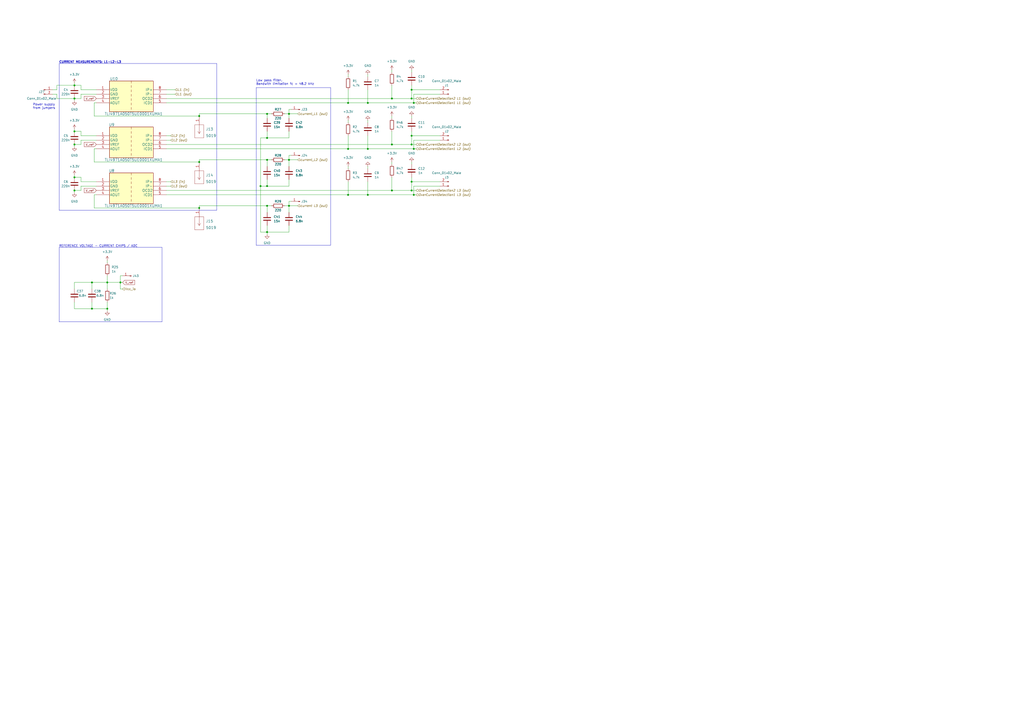
<source format=kicad_sch>
(kicad_sch (version 20230121) (generator eeschema)
  (paper "A2")
  (title_block (title "3-phase DC/AC converter with SV-PWM") (date "2023-03-16") (rev "V. 1.1") (comment 1 "Ingrid Hovland") (comment 2 "Eirik Skorve Haugland") (comment 3 "Marius Englund"))
  (lib_symbols
    (symbol "5VISO:+3.3V" (power) (pin_names (offset 0))
      (property "Value" "+3.3V" (at 0 3.556 0))
      (symbol "+3.3V_0_1"
        (polyline (pts (xy -0.762 1.27) (xy 0 2.54)))
        (polyline (pts (xy 0 0) (xy 0 2.54)))
        (polyline (pts (xy 0 2.54) (xy 0.762 1.27)))
      )
      (symbol "+3.3V_1_1"
        (pin power_in line (at 0 0 90) (length 0) hide (name "+3.3V") (number "1"))
      )
    )
    (symbol "Connector:Conn_01x01_Male" (pin_names (offset 1.016) hide)
      (property "Reference" "J" (at 0 2.54 0))
      (property "Value" "Conn_01x01_Male" (at 0 -2.54 0))
      (symbol "Conn_01x01_Male_1_1"
        (polyline (pts (xy 1.27 0) (xy 0.8636 0)) (stroke (width 0.1524)))
        (rectangle (start 0.8636 0.127) (end 0 -0.127) (stroke (width 0.1524)) (fill (type outline)))
        (pin passive line (at 5.08 0 180) (length 3.81) (name "Pin_1") (number "1"))
      )
    )
    (symbol "Connector:Conn_01x02_Male" (pin_names (offset 1.016) hide)
      (property "Reference" "J" (at 0 2.54 0))
      (property "Value" "Conn_01x02_Male" (at 0 -5.08 0))
      (symbol "Conn_01x02_Male_1_1"
        (polyline (pts (xy 1.27 -2.54) (xy 0.8636 -2.54)) (stroke (width 0.1524)))
        (polyline (pts (xy 1.27 0) (xy 0.8636 0)) (stroke (width 0.1524)))
        (rectangle (start 0.8636 -2.413) (end 0 -2.667) (stroke (width 0.1524)) (fill (type outline)))
        (rectangle (start 0.8636 0.127) (end 0 -0.127) (stroke (width 0.1524)) (fill (type outline)))
        (pin passive line (at 5.08 0 180) (length 3.81) (name "Pin_1") (number "1"))
        (pin passive line (at 5.08 -2.54 180) (length 3.81) (name "Pin_2") (number "2"))
      )
    )
    (symbol "Device:C" (pin_numbers hide) (pin_names (offset 0.254))
      (property "Reference" "C" (at 0.635 2.54 0))
      (property "Value" "C" (at 0.635 -2.54 0))
      (symbol "C_0_1"
        (polyline (pts (xy -2.032 -0.762) (xy 2.032 -0.762)) (stroke (width 0.508)))
        (polyline (pts (xy -2.032 0.762) (xy 2.032 0.762)) (stroke (width 0.508)))
      )
      (symbol "C_1_1"
        (pin passive line (at 0 3.81 270) (length 2.794) (name "~") (number "1"))
        (pin passive line (at 0 -3.81 90) (length 2.794) (name "~") (number "2"))
      )
    )
    (symbol "Device:R" (pin_numbers hide) (pin_names (offset 0))
      (property "Reference" "R" (at 2.032 0 90))
      (property "Value" "R" (at 0 0 90))
      (symbol "R_0_1"
        (rectangle (start -1.016 -2.54) (end 1.016 2.54) (stroke (width 0.254)))
      )
      (symbol "R_1_1"
        (pin passive line (at 0 3.81 270) (length 1.27) (name "~") (number "1"))
        (pin passive line (at 0 -3.81 90) (length 1.27) (name "~") (number "2"))
      )
    )
    (symbol "Infineon CRNTSNSR (TLI4971A050T5UE0001XUMA1):TLI4971A050T5UE0001XUMA1" (pin_names (offset 0.254))
      (property "Reference" "U8" (at 8.89 6.35 0))
      (property "Value" "TLI4971A050T5UE0001XUMA1" (at 21.59 -13.97 0))
      (symbol "TLI4971A050T5UE0001XUMA1_0_1"
        (polyline (pts (xy 20.32 -10.16) (xy 20.32 -11.43)))
        (polyline (pts (xy 20.32 -7.62) (xy 20.32 -8.89)))
        (polyline (pts (xy 20.32 -5.08) (xy 20.32 -6.35)))
        (polyline (pts (xy 20.32 -2.54) (xy 20.32 -3.81)))
        (polyline (pts (xy 20.32 0) (xy 20.32 -1.27)))
        (polyline (pts (xy 20.32 2.54) (xy 20.32 1.27)))
        (polyline (pts (xy 20.32 5.08) (xy 20.32 3.81)))
        (rectangle (start 7.62 5.08) (end 33.02 -12.7) (fill (type background)))
      )
      (symbol "TLI4971A050T5UE0001XUMA1_1_1"
        (polyline (pts (xy 7.62 -12.7) (xy 33.02 -12.7)) (stroke (width 0.127)))
        (polyline (pts (xy 7.62 5.08) (xy 7.62 -12.7)) (stroke (width 0.127)))
        (polyline (pts (xy 33.02 -12.7) (xy 33.02 5.08)) (stroke (width 0.127)))
        (polyline (pts (xy 33.02 5.08) (xy 7.62 5.08)) (stroke (width 0.127)))
        (pin unspecified line (at 0 0 0) (length 7.62) (name "VDD") (number "1"))
        (pin unspecified line (at 0 -2.54 0) (length 7.62) (name "GND") (number "2"))
        (pin unspecified line (at 0 -5.08 0) (length 7.62) (name "VREF") (number "3"))
        (pin unspecified line (at 0 -7.62 0) (length 7.62) (name "AOUT") (number "4"))
        (pin unspecified line (at 40.64 -7.62 180) (length 7.62) (name "ICD1") (number "5"))
        (pin unspecified line (at 40.64 -5.08 180) (length 7.62) (name "OCD2") (number "6"))
        (pin unspecified line (at 40.64 -2.54 180) (length 7.62) (name "IP-") (number "7"))
        (pin unspecified line (at 40.64 0 180) (length 7.62) (name "IP+") (number "8"))
      )
    )
    (symbol "Keystone-5019:5019" (pin_names (offset 0.254) hide)
      (property "Reference" "J" (at 8.89 6.35 0))
      (property "Value" "5019" (at 10.16 0 0))
      (symbol "5019_1_1"
        (polyline (pts (xy 5.08 -2.54) (xy 12.7 -2.54)) (stroke (width 0.127)))
        (polyline (pts (xy 5.08 2.54) (xy 5.08 -2.54)) (stroke (width 0.127)))
        (polyline (pts (xy 10.16 0) (xy 5.08 0)) (stroke (width 0.127)))
        (polyline (pts (xy 10.16 0) (xy 8.89 -0.8382)) (stroke (width 0.127)))
        (polyline (pts (xy 10.16 0) (xy 8.89 0.8382)) (stroke (width 0.127)))
        (polyline (pts (xy 12.7 -2.54) (xy 12.7 2.54)) (stroke (width 0.127)))
        (polyline (pts (xy 12.7 2.54) (xy 5.08 2.54)) (stroke (width 0.127)))
        (pin unspecified line (at 0 0 0) (length 5.08) (name "1") (number "1"))
      )
    )
    (symbol "TLI4971A050T5UE0001XUMA1_1" (pin_names (offset 0.254))
      (property "Reference" "U10" (at 10.16 6.35 0))
      (property "Value" "TLI4971A050T5UE0001XUMA1_1" (at 21.59 -13.97 0))
      (symbol "TLI4971A050T5UE0001XUMA1_1_0_1"
        (polyline (pts (xy 20.32 -10.16) (xy 20.32 -11.43)))
        (polyline (pts (xy 20.32 -7.62) (xy 20.32 -8.89)))
        (polyline (pts (xy 20.32 -5.08) (xy 20.32 -6.35)))
        (polyline (pts (xy 20.32 -2.54) (xy 20.32 -3.81)))
        (polyline (pts (xy 20.32 0) (xy 20.32 -1.27)))
        (polyline (pts (xy 20.32 2.54) (xy 20.32 1.27)))
        (polyline (pts (xy 20.32 5.08) (xy 20.32 3.81)))
        (rectangle (start 7.62 5.08) (end 33.02 -12.7) (fill (type background)))
      )
      (symbol "TLI4971A050T5UE0001XUMA1_1_1_1"
        (polyline (pts (xy 7.62 -12.7) (xy 33.02 -12.7)) (stroke (width 0.127)))
        (polyline (pts (xy 7.62 5.08) (xy 7.62 -12.7)) (stroke (width 0.127)))
        (polyline (pts (xy 33.02 -12.7) (xy 33.02 5.08)) (stroke (width 0.127)))
        (polyline (pts (xy 33.02 5.08) (xy 7.62 5.08)) (stroke (width 0.127)))
        (pin unspecified line (at 0 0 0) (length 7.62) (name "VDD") (number "1"))
        (pin unspecified line (at 0 -2.54 0) (length 7.62) (name "GND") (number "2"))
        (pin unspecified line (at 0 -5.08 0) (length 7.62) (name "VREF") (number "3"))
        (pin unspecified line (at 0 -7.62 0) (length 7.62) (name "AOUT") (number "4"))
        (pin unspecified line (at 40.64 -7.62 180) (length 7.62) (name "ICD1") (number "5"))
        (pin unspecified line (at 40.64 -5.08 180) (length 7.62) (name "OCD2") (number "6"))
        (pin unspecified line (at 40.64 -2.54 180) (length 7.62) (name "IP-") (number "7"))
        (pin unspecified line (at 40.64 0 180) (length 7.62) (name "IP+") (number "8"))
      )
    )
    (symbol "TLI4971A050T5UE0001XUMA1_2" (pin_names (offset 0.254))
      (property "Reference" "U9" (at 8.89 6.35 0))
      (property "Value" "TLI4971A050T5UE0001XUMA1_2" (at 21.59 -13.97 0))
      (symbol "TLI4971A050T5UE0001XUMA1_2_0_1"
        (polyline (pts (xy 20.32 -10.16) (xy 20.32 -11.43)))
        (polyline (pts (xy 20.32 -7.62) (xy 20.32 -8.89)))
        (polyline (pts (xy 20.32 -5.08) (xy 20.32 -6.35)))
        (polyline (pts (xy 20.32 -2.54) (xy 20.32 -3.81)))
        (polyline (pts (xy 20.32 0) (xy 20.32 -1.27)))
        (polyline (pts (xy 20.32 2.54) (xy 20.32 1.27)))
        (polyline (pts (xy 20.32 5.08) (xy 20.32 3.81)))
        (rectangle (start 7.62 5.08) (end 33.02 -12.7) (fill (type background)))
      )
      (symbol "TLI4971A050T5UE0001XUMA1_2_1_1"
        (polyline (pts (xy 7.62 -12.7) (xy 33.02 -12.7)) (stroke (width 0.127)))
        (polyline (pts (xy 7.62 5.08) (xy 7.62 -12.7)) (stroke (width 0.127)))
        (polyline (pts (xy 33.02 -12.7) (xy 33.02 5.08)) (stroke (width 0.127)))
        (polyline (pts (xy 33.02 5.08) (xy 7.62 5.08)) (stroke (width 0.127)))
        (pin unspecified line (at 0 0 0) (length 7.62) (name "VDD") (number "1"))
        (pin unspecified line (at 0 -2.54 0) (length 7.62) (name "GND") (number "2"))
        (pin unspecified line (at 0 -5.08 0) (length 7.62) (name "VREF") (number "3"))
        (pin unspecified line (at 0 -7.62 0) (length 7.62) (name "AOUT") (number "4"))
        (pin unspecified line (at 40.64 -7.62 180) (length 7.62) (name "ICD1") (number "5"))
        (pin unspecified line (at 40.64 -5.08 180) (length 7.62) (name "OCD2") (number "6"))
        (pin unspecified line (at 40.64 -2.54 180) (length 7.62) (name "IP-") (number "7"))
        (pin unspecified line (at 40.64 0 180) (length 7.62) (name "IP+") (number "8"))
      )
    )
    (symbol "power:GND" (power) (pin_names (offset 0))
      (property "Value" "GND" (at 0 -3.81 0))
      (symbol "GND_0_1"
        (polyline (pts (xy 0 0) (xy 0 -1.27) (xy 1.27 -1.27) (xy 0 -2.54) (xy -1.27 -1.27) (xy 0 -1.27)))
      )
      (symbol "GND_1_1"
        (pin power_in line (at 0 0 270) (length 0) hide (name "GND") (number "1"))
      )
    )
  )
  (junction (at 167.64 92.71))
  (junction (at 69.85 163.83))
  (junction (at 154.94 92.71))
  (junction (at 62.23 179.07))
  (junction (at 238.76 110.49))
  (junction (at 43.18 110.49))
  (junction (at 53.34 163.83))
  (junction (at 115.57 93.98))
  (junction (at 154.94 107.95))
  (junction (at 238.76 83.82))
  (junction (at 154.94 80.01))
  (junction (at 240.03 113.03))
  (junction (at 43.18 76.2))
  (junction (at 62.23 163.83))
  (junction (at 238.76 57.15))
  (junction (at 213.36 113.03))
  (junction (at 43.18 49.53))
  (junction (at 240.03 59.69))
  (junction (at 240.03 86.36))
  (junction (at 238.76 105.41))
  (junction (at 115.57 67.31))
  (junction (at 201.93 86.36))
  (junction (at 43.18 102.87))
  (junction (at 154.94 119.38))
  (junction (at 167.64 66.04))
  (junction (at 201.93 59.69))
  (junction (at 213.36 86.36))
  (junction (at 167.64 119.38))
  (junction (at 238.76 78.74))
  (junction (at 154.94 66.04))
  (junction (at 213.36 59.69))
  (junction (at 201.93 113.03))
  (junction (at 151.13 107.95))
  (junction (at 227.33 83.82))
  (junction (at 43.18 57.15))
  (junction (at 154.94 134.62))
  (junction (at 115.57 120.65))
  (junction (at 43.18 83.82))
  (junction (at 53.34 179.07))
  (junction (at 238.76 52.07))
  (junction (at 227.33 110.49))
  (junction (at 227.33 57.15))
  (wire (pts (xy 240.03 54.61) (xy 240.03 59.69)))
  (wire (pts (xy 43.18 49.53) (xy 46.99 49.53)))
  (wire (pts (xy 96.52 59.69) (xy 201.93 59.69)))
  (wire (pts (xy 213.36 59.69) (xy 240.03 59.69)))
  (wire (pts (xy 167.64 92.71) (xy 167.64 96.52)))
  (wire (pts (xy 43.18 110.49) (xy 43.18 111.76)))
  (wire (pts (xy 238.76 93.98) (xy 238.76 95.25)))
  (wire (pts (xy 33.02 54.61) (xy 33.02 57.15)))
  (wire (pts (xy 33.02 49.53) (xy 33.02 52.07)))
  (wire (pts (xy 227.33 93.98) (xy 227.33 95.25)))
  (wire (pts (xy 154.94 92.71) (xy 157.48 92.71)))
  (wire (pts (xy 227.33 102.87) (xy 227.33 110.49)))
  (wire (pts (xy 54.61 93.98) (xy 54.61 86.36)))
  (wire (pts (xy 201.93 96.52) (xy 201.93 97.79)))
  (wire (pts (xy 227.33 40.64) (xy 227.33 41.91)))
  (wire (pts (xy 99.06 105.41) (xy 96.52 105.41)))
  (polyline (pts (xy 34.29 186.69) (xy 93.98 186.69)))
  (polyline (pts (xy 148.59 50.8) (xy 191.77 50.8)))
  (wire (pts (xy 96.52 81.28) (xy 99.06 81.28)))
  (wire (pts (xy 43.18 48.26) (xy 43.18 49.53)))
  (wire (pts (xy 213.36 105.41) (xy 213.36 113.03)))
  (wire (pts (xy 165.1 66.04) (xy 167.64 66.04)))
  (wire (pts (xy 154.94 68.58) (xy 154.94 66.04)))
  (wire (pts (xy 46.99 107.95) (xy 55.88 107.95)))
  (wire (pts (xy 43.18 102.87) (xy 46.99 102.87)))
  (wire (pts (xy 165.1 119.38) (xy 167.64 119.38)))
  (wire (pts (xy 167.64 104.14) (xy 167.64 107.95)))
  (wire (pts (xy 167.64 68.58) (xy 167.64 66.04)))
  (wire (pts (xy 201.93 113.03) (xy 213.36 113.03)))
  (wire (pts (xy 238.76 40.64) (xy 238.76 41.91)))
  (wire (pts (xy 151.13 107.95) (xy 151.13 134.62)))
  (polyline (pts (xy 125.73 121.92) (xy 125.73 36.83)))
  (wire (pts (xy 46.99 78.74) (xy 46.99 76.2)))
  (wire (pts (xy 69.85 163.83) (xy 71.12 163.83)))
  (wire (pts (xy 213.36 71.12) (xy 213.36 69.85)))
  (polyline (pts (xy 191.77 50.8) (xy 191.77 142.24)))
  (wire (pts (xy 238.76 105.41) (xy 255.27 105.41)))
  (wire (pts (xy 46.99 57.15) (xy 46.99 54.61)))
  (wire (pts (xy 53.34 175.26) (xy 53.34 179.07)))
  (wire (pts (xy 201.93 43.18) (xy 201.93 44.45)))
  (wire (pts (xy 46.99 49.53) (xy 46.99 52.07)))
  (wire (pts (xy 30.48 54.61) (xy 33.02 54.61)))
  (wire (pts (xy 167.64 66.04) (xy 172.72 66.04)))
  (wire (pts (xy 168.91 90.17) (xy 167.64 90.17)))
  (polyline (pts (xy 148.59 50.8) (xy 148.59 142.24)))
  (wire (pts (xy 238.76 76.2) (xy 238.76 78.74)))
  (wire (pts (xy 69.85 167.64) (xy 69.85 163.83)))
  (wire (pts (xy 71.12 160.02) (xy 69.85 160.02)))
  (wire (pts (xy 62.23 163.83) (xy 69.85 163.83)))
  (wire (pts (xy 43.18 179.07) (xy 53.34 179.07)))
  (wire (pts (xy 167.64 130.81) (xy 167.64 134.62)))
  (wire (pts (xy 201.93 69.85) (xy 201.93 71.12)))
  (wire (pts (xy 43.18 83.82) (xy 46.99 83.82)))
  (wire (pts (xy 168.91 116.84) (xy 167.64 116.84)))
  (wire (pts (xy 201.93 86.36) (xy 213.36 86.36)))
  (wire (pts (xy 54.61 67.31) (xy 115.57 67.31)))
  (wire (pts (xy 151.13 80.01) (xy 154.94 80.01)))
  (wire (pts (xy 238.76 57.15) (xy 241.3 57.15)))
  (wire (pts (xy 227.33 57.15) (xy 238.76 57.15)))
  (wire (pts (xy 240.03 59.69) (xy 241.3 59.69)))
  (wire (pts (xy 167.64 63.5) (xy 167.64 66.04)))
  (wire (pts (xy 43.18 83.82) (xy 43.18 85.09)))
  (wire (pts (xy 227.33 83.82) (xy 238.76 83.82)))
  (wire (pts (xy 46.99 102.87) (xy 46.99 105.41)))
  (wire (pts (xy 168.91 63.5) (xy 167.64 63.5)))
  (wire (pts (xy 96.52 54.61) (xy 101.6 54.61)))
  (wire (pts (xy 154.94 130.81) (xy 154.94 134.62)))
  (wire (pts (xy 55.88 78.74) (xy 46.99 78.74)))
  (wire (pts (xy 238.76 83.82) (xy 241.3 83.82)))
  (wire (pts (xy 255.27 81.28) (xy 240.03 81.28)))
  (wire (pts (xy 227.33 49.53) (xy 227.33 57.15)))
  (wire (pts (xy 115.57 120.65) (xy 115.57 119.38)))
  (wire (pts (xy 154.94 119.38) (xy 157.48 119.38)))
  (wire (pts (xy 46.99 54.61) (xy 55.88 54.61)))
  (wire (pts (xy 154.94 107.95) (xy 154.94 104.14)))
  (wire (pts (xy 71.12 167.64) (xy 69.85 167.64)))
  (wire (pts (xy 227.33 67.31) (xy 227.33 68.58)))
  (wire (pts (xy 96.52 110.49) (xy 227.33 110.49)))
  (wire (pts (xy 55.88 81.28) (xy 46.99 81.28)))
  (wire (pts (xy 43.18 57.15) (xy 46.99 57.15)))
  (wire (pts (xy 96.52 86.36) (xy 201.93 86.36)))
  (wire (pts (xy 227.33 110.49) (xy 238.76 110.49)))
  (wire (pts (xy 201.93 59.69) (xy 213.36 59.69)))
  (wire (pts (xy 213.36 78.74) (xy 213.36 86.36)))
  (wire (pts (xy 154.94 119.38) (xy 154.94 123.19)))
  (wire (pts (xy 167.64 119.38) (xy 172.72 119.38)))
  (wire (pts (xy 99.06 107.95) (xy 96.52 107.95)))
  (wire (pts (xy 115.57 92.71) (xy 154.94 92.71)))
  (wire (pts (xy 255.27 52.07) (xy 238.76 52.07)))
  (wire (pts (xy 62.23 179.07) (xy 62.23 180.34)))
  (wire (pts (xy 154.94 66.04) (xy 157.48 66.04)))
  (wire (pts (xy 53.34 179.07) (xy 62.23 179.07)))
  (wire (pts (xy 167.64 123.19) (xy 167.64 119.38)))
  (wire (pts (xy 54.61 113.03) (xy 55.88 113.03)))
  (wire (pts (xy 43.18 74.93) (xy 43.18 76.2)))
  (wire (pts (xy 167.64 116.84) (xy 167.64 119.38)))
  (wire (pts (xy 213.36 86.36) (xy 240.03 86.36)))
  (wire (pts (xy 201.93 78.74) (xy 201.93 86.36)))
  (wire (pts (xy 46.99 110.49) (xy 46.99 107.95)))
  (wire (pts (xy 151.13 80.01) (xy 151.13 107.95)))
  (wire (pts (xy 62.23 151.13) (xy 62.23 152.4)))
  (wire (pts (xy 240.03 113.03) (xy 241.3 113.03)))
  (wire (pts (xy 201.93 105.41) (xy 201.93 113.03)))
  (wire (pts (xy 240.03 86.36) (xy 241.3 86.36)))
  (wire (pts (xy 43.18 76.2) (xy 46.99 76.2)))
  (wire (pts (xy 227.33 76.2) (xy 227.33 83.82)))
  (wire (pts (xy 213.36 43.18) (xy 213.36 44.45)))
  (wire (pts (xy 43.18 101.6) (xy 43.18 102.87)))
  (wire (pts (xy 167.64 107.95) (xy 154.94 107.95)))
  (wire (pts (xy 33.02 57.15) (xy 43.18 57.15)))
  (wire (pts (xy 167.64 134.62) (xy 154.94 134.62)))
  (wire (pts (xy 154.94 134.62) (xy 154.94 135.89)))
  (wire (pts (xy 255.27 107.95) (xy 240.03 107.95)))
  (wire (pts (xy 62.23 160.02) (xy 62.23 163.83)))
  (wire (pts (xy 151.13 107.95) (xy 154.94 107.95)))
  (wire (pts (xy 167.64 92.71) (xy 172.72 92.71)))
  (wire (pts (xy 240.03 81.28) (xy 240.03 86.36)))
  (wire (pts (xy 54.61 86.36) (xy 55.88 86.36)))
  (wire (pts (xy 115.57 66.04) (xy 154.94 66.04)))
  (wire (pts (xy 213.36 97.79) (xy 213.36 96.52)))
  (wire (pts (xy 30.48 52.07) (xy 33.02 52.07)))
  (wire (pts (xy 238.76 49.53) (xy 238.76 52.07)))
  (wire (pts (xy 96.52 57.15) (xy 227.33 57.15)))
  (wire (pts (xy 43.18 167.64) (xy 43.18 163.83)))
  (wire (pts (xy 238.76 110.49) (xy 241.3 110.49)))
  (wire (pts (xy 46.99 81.28) (xy 46.99 83.82)))
  (wire (pts (xy 151.13 134.62) (xy 154.94 134.62)))
  (wire (pts (xy 167.64 80.01) (xy 154.94 80.01)))
  (polyline (pts (xy 34.29 143.51) (xy 34.29 186.69)))
  (wire (pts (xy 69.85 160.02) (xy 69.85 163.83)))
  (wire (pts (xy 53.34 163.83) (xy 62.23 163.83)))
  (wire (pts (xy 96.52 52.07) (xy 101.6 52.07)))
  (wire (pts (xy 238.76 52.07) (xy 238.76 57.15)))
  (polyline (pts (xy 191.77 142.24) (xy 148.59 142.24)))
  (wire (pts (xy 238.76 102.87) (xy 238.76 105.41)))
  (polyline (pts (xy 34.29 121.92) (xy 125.73 121.92)))
  (wire (pts (xy 54.61 67.31) (xy 54.61 59.69)))
  (wire (pts (xy 167.64 90.17) (xy 167.64 92.71)))
  (polyline (pts (xy 93.98 143.51) (xy 34.29 143.51)))
  (wire (pts (xy 62.23 163.83) (xy 62.23 167.64)))
  (wire (pts (xy 238.76 78.74) (xy 238.76 83.82)))
  (wire (pts (xy 165.1 92.71) (xy 167.64 92.71)))
  (wire (pts (xy 53.34 163.83) (xy 53.34 167.64)))
  (wire (pts (xy 238.76 105.41) (xy 238.76 110.49)))
  (wire (pts (xy 54.61 59.69) (xy 55.88 59.69)))
  (wire (pts (xy 238.76 68.58) (xy 238.76 67.31)))
  (wire (pts (xy 43.18 110.49) (xy 46.99 110.49)))
  (wire (pts (xy 167.64 76.2) (xy 167.64 80.01)))
  (wire (pts (xy 240.03 54.61) (xy 255.27 54.61)))
  (wire (pts (xy 213.36 113.03) (xy 240.03 113.03)))
  (wire (pts (xy 154.94 76.2) (xy 154.94 80.01)))
  (wire (pts (xy 46.99 52.07) (xy 55.88 52.07)))
  (wire (pts (xy 43.18 175.26) (xy 43.18 179.07)))
  (wire (pts (xy 238.76 78.74) (xy 255.27 78.74)))
  (wire (pts (xy 240.03 107.95) (xy 240.03 113.03)))
  (polyline (pts (xy 34.29 36.83) (xy 34.29 121.92)))
  (wire (pts (xy 115.57 93.98) (xy 115.57 92.71)))
  (wire (pts (xy 99.06 78.74) (xy 96.52 78.74)))
  (wire (pts (xy 96.52 113.03) (xy 201.93 113.03)))
  (wire (pts (xy 54.61 120.65) (xy 54.61 113.03)))
  (wire (pts (xy 46.99 105.41) (xy 55.88 105.41)))
  (wire (pts (xy 54.61 120.65) (xy 115.57 120.65)))
  (wire (pts (xy 213.36 52.07) (xy 213.36 59.69)))
  (wire (pts (xy 33.02 49.53) (xy 43.18 49.53)))
  (wire (pts (xy 154.94 92.71) (xy 154.94 96.52)))
  (wire (pts (xy 201.93 52.07) (xy 201.93 59.69)))
  (wire (pts (xy 54.61 93.98) (xy 115.57 93.98)))
  (wire (pts (xy 115.57 66.04) (xy 115.57 67.31)))
  (wire (pts (xy 43.18 163.83) (xy 53.34 163.83)))
  (polyline (pts (xy 34.29 36.83) (xy 125.73 36.83)))
  (wire (pts (xy 43.18 57.15) (xy 43.18 58.42)))
  (polyline (pts (xy 93.98 186.69) (xy 93.98 143.51)))
  (wire (pts (xy 115.57 119.38) (xy 154.94 119.38)))
  (wire (pts (xy 96.52 83.82) (xy 227.33 83.82)))
  (wire (pts (xy 62.23 175.26) (xy 62.23 179.07)))
  (text "Power supply\nfrom jumpers" (at 19.05 63.5 0) (effects (font (size 1.27 1.27)) (justify left bottom)))
  (text "Low pass filter.\nBandwith limitation fc = 48.2 kHz" (at 148.59 49.53 0) (effects (font (size 1.27 1.27)) (justify left bottom)))
  (text "CURRENT MEASUREMENTS: L1-L2-L3" (at 34.29 36.83 0) (effects (font (size 1.27 1.27) (thickness 0.254) bold) (justify left bottom)))
  (text "REFERENCE VOLTAGE - CURRENT CHIPS / ADC" (at 34.29 143.51 0) (effects (font (size 1.27 1.27)) (justify left bottom)))
  (global_label "V_ref" (shape input) (at 55.88 83.82 180) (property "Intersheetrefs" "${INTERSHEET_REFS}" (effects hide)))
  (global_label "V_ref" (shape input) (at 71.12 163.83 0) (property "Intersheetrefs" "${INTERSHEET_REFS}" (effects hide)))
  (global_label "V_ref" (shape input) (at 55.88 57.15 180) (property "Intersheetrefs" "${INTERSHEET_REFS}" (effects hide)))
  (global_label "V_ref" (shape input) (at 55.88 110.49 180) (property "Intersheetrefs" "${INTERSHEET_REFS}" (effects hide)))
  (hierarchical_label "current_L2 (out)" (shape input) (at 172.72 92.71 0) (effects (font italic)))
  (hierarchical_label "L3 (out)" (shape input) (at 99.06 107.95 0) (effects (font italic)))
  (hierarchical_label "OverCurrentDetection2 L3 (out)" (shape input) (at 241.3 110.49 0) (effects (font italic)))
  (hierarchical_label "L2 (in)" (shape input) (at 99.06 78.74 0) (effects (font italic)))
  (hierarchical_label "OverCurrentDetection2 L1 (out)" (shape input) (at 241.3 57.15 0) (effects (font italic)))
  (hierarchical_label "OverCurrentDetection1 L1 (out)" (shape input) (at 241.3 59.69 0) (effects (font italic)))
  (hierarchical_label "L3 (in)" (shape input) (at 99.06 105.41 0) (effects (font italic)))
  (hierarchical_label "current_L1 (out)" (shape input) (at 172.72 66.04 0) (effects (font italic)))
  (hierarchical_label "current L3 (out)" (shape input) (at 172.72 119.38 0) (effects (font italic)))
  (hierarchical_label "OverCurrentDetection1 L3 (out)" (shape input) (at 241.3 113.03 0) (effects (font italic)))
  (hierarchical_label "L1 (out)" (shape input) (at 101.6 54.61 0) (effects (font italic)))
  (hierarchical_label "L1 (in)" (shape input) (at 101.6 52.07 0) (effects (font italic)))
  (hierarchical_label "OverCurrentDetection1 L2 (out)" (shape input) (at 241.3 86.36 0) (effects (font italic)))
  (hierarchical_label "OverCurrentDetection2 L2 (out)" (shape input) (at 241.3 83.82 0) (effects (font italic)))
  (hierarchical_label "Vcc_io" (shape input) (at 71.12 167.64 0))
  (hierarchical_label "L2 (out)" (shape input) (at 99.06 81.28 0) (effects (font italic)))
  (symbol (lib_id "Device:C") (at 238.76 72.39 0) (unit 1)
    (property "Reference" "C11" (at 242.57 71.1199 0) (effects (justify left)))
    (property "Value" "1n" (at 242.57 73.6599 0) (effects (justify left)))
    (property "Footprint" "Capacitor_SMD:C_1206_3216Metric_Pad1.33x1.80mm_HandSolder" (effects hide))
  )
  (symbol (lib_id "Connector:Conn_01x01_Male") (at 76.2 160.02 180) (unit 1)
    (property "Reference" "J43" (at 78.74 160.02 0))
    (property "Value" "Conn_01x01_Male" (effects hide))
    (property "Footprint" "Connector_PinHeader_1.00mm:PinHeader_1x01_P1.00mm_Vertical" (effects hide))
  )
  (symbol (lib_id "Device:C") (at 213.36 101.6 0) (unit 1)
    (property "Reference" "C9" (at 217.17 100.3299 0) (effects (justify left)))
    (property "Value" "1n" (at 217.17 102.8699 0) (effects (justify left)))
    (property "Footprint" "Capacitor_SMD:C_1206_3216Metric_Pad1.33x1.80mm_HandSolder" (effects hide))
  )
  (symbol (lib_id "power:GND") (at 238.76 67.31 180) (unit 1)
    (property "Reference" "#PWR0134" (effects hide))
    (property "Value" "GND" (at 238.76 62.23 0))
  )
  (symbol (lib_id "Device:C") (at 213.36 74.93 0) (unit 1)
    (property "Reference" "C8" (at 217.17 73.6599 0) (effects (justify left)))
    (property "Value" "1n" (at 217.17 76.1999 0) (effects (justify left)))
    (property "Footprint" "Capacitor_SMD:C_1206_3216Metric_Pad1.33x1.80mm_HandSolder" (effects hide))
  )
  (symbol (lib_id "Connector:Conn_01x01_Male") (at 173.99 90.17 180) (unit 1)
    (property "Reference" "J24" (at 176.53 90.17 0))
    (property "Value" "Conn_01x01_Male" (effects hide))
    (property "Footprint" "Connector_PinHeader_1.00mm:PinHeader_1x01_P1.00mm_Vertical" (effects hide))
  )
  (symbol (lib_id "Device:C") (at 154.94 72.39 0) (unit 1)
    (property "Reference" "C39" (at 158.75 71.1199 0) (effects (justify left)))
    (property "Value" "15n" (at 158.75 73.6599 0) (effects (justify left)))
    (property "Footprint" "Capacitor_SMD:C_1206_3216Metric_Pad1.33x1.80mm_HandSolder" (effects hide))
  )
  (symbol (lib_id "Keystone-5019:5019") (at 115.57 93.98 270) (unit 1)
    (property "Reference" "J14" (at 119.38 101.6 90) (effects (font (size 1.524 1.524)) (justify left)))
    (property "Value" "5019" (at 119.38 105.41 90) (effects (font (size 1.524 1.524)) (justify left)))
    (property "Footprint" "SVPWM-LIB-footprints:Keystone-5019" (effects hide))
  )
  (symbol (lib_id "5VISO:+3.3V") (at 227.33 40.64 0) (unit 1)
    (property "Reference" "#PWR0137" (effects hide))
    (property "Value" "+3.3V" (at 227.33 35.56 0))
  )
  (symbol (lib_id "Device:R") (at 201.93 74.93 0) (unit 1)
    (property "Reference" "R2" (at 204.47 73.6599 0) (effects (justify left)))
    (property "Value" "4.7k" (at 204.47 76.1999 0) (effects (justify left)))
    (property "Footprint" "Resistor_SMD:R_1206_3216Metric_Pad1.30x1.75mm_HandSolder" (effects hide))
  )
  (symbol (lib_id "power:GND") (at 43.18 58.42 0) (unit 1)
    (property "Reference" "#PWR0147" (effects hide))
    (property "Value" "GND" (at 43.18 63.5 0))
  )
  (symbol (lib_id "5VISO:+3.3V") (at 201.93 96.52 0) (unit 1)
    (property "Reference" "#PWR0140" (effects hide))
    (property "Value" "+3.3V" (at 201.93 91.44 0))
  )
  (symbol (lib_id "Device:C") (at 154.94 127 0) (unit 1)
    (property "Reference" "C41" (at 158.75 125.7299 0) (effects (justify left)))
    (property "Value" "15n" (at 158.75 128.2699 0) (effects (justify left)))
    (property "Footprint" "Capacitor_SMD:C_1206_3216Metric_Pad1.33x1.80mm_HandSolder" (effects hide))
  )
  (symbol (lib_id "Keystone-5019:5019") (at 115.57 120.65 270) (unit 1)
    (property "Reference" "J15" (at 119.38 128.27 90) (effects (font (size 1.524 1.524)) (justify left)))
    (property "Value" "5019" (at 119.38 132.08 90) (effects (font (size 1.524 1.524)) (justify left)))
    (property "Footprint" "SVPWM-LIB-footprints:Keystone-5019" (effects hide))
  )
  (symbol (lib_id "Device:C") (at 53.34 171.45 0) (unit 1)
    (property "Reference" "C38" (at 54.61 168.91 0) (effects (justify left)))
    (property "Value" "6.8n" (at 55.88 171.45 0) (effects (justify left)))
    (property "Footprint" "Capacitor_SMD:C_1206_3216Metric_Pad1.33x1.80mm_HandSolder" (effects hide))
  )
  (symbol (lib_id "Infineon CRNTSNSR (TLI4971A050T5UE0001XUMA1):TLI4971A050T5UE0001XUMA1") (at 55.88 105.41 0) (unit 1)
    (property "Reference" "U8" (at 64.77 99.06 0) (effects (font (size 1.524 1.524))))
    (property "Value" "TLI4971A050T5UE0001XUMA1" (at 77.47 119.38 0) (effects (font (size 1.524 1.524))))
    (property "Footprint" "SVPWM-LIB-footprints:TLI4971A050T5UE0001XUMA1" (effects hide))
  )
  (symbol (lib_id "Device:C") (at 238.76 99.06 0) (unit 1)
    (property "Reference" "C12" (at 242.57 97.7899 0) (effects (justify left)))
    (property "Value" "1n" (at 242.57 100.3299 0) (effects (justify left)))
    (property "Footprint" "Capacitor_SMD:C_1206_3216Metric_Pad1.33x1.80mm_HandSolder" (effects hide))
  )
  (symbol (lib_id "Connector:Conn_01x02_Male") (at 260.35 81.28 180) (unit 1)
    (property "Reference" "J2" (at 259.08 76.2 0))
    (property "Value" "Conn_01x02_Male" (at 259.08 73.66 0))
    (property "Footprint" "Connector_PinHeader_1.00mm:PinHeader_1x02_P1.00mm_Vertical" (effects hide))
  )
  (symbol (lib_id "Device:C") (at 43.18 106.68 0) (unit 1)
    (property "Reference" "C6" (at 36.83 105.41 0) (effects (justify left)))
    (property "Value" "220n" (at 35.56 107.95 0) (effects (justify left)))
    (property "Footprint" "Capacitor_SMD:C_1206_3216Metric_Pad1.33x1.80mm_HandSolder" (effects hide))
  )
  (symbol (lib_id "5VISO:+3.3V") (at 43.18 74.93 0) (unit 1)
    (property "Reference" "#PWR0146" (effects hide))
    (property "Value" "+3.3V" (at 43.18 69.85 0))
  )
  (symbol (lib_id "Device:R") (at 227.33 99.06 0) (unit 1)
    (property "Reference" "R47" (at 229.87 97.7899 0) (effects (justify left)))
    (property "Value" "4.7k" (at 229.87 100.3299 0) (effects (justify left)))
    (property "Footprint" "Resistor_SMD:R_1206_3216Metric_Pad1.30x1.75mm_HandSolder" (effects hide))
  )
  (symbol (lib_id "5VISO:+3.3V") (at 201.93 43.18 0) (unit 1)
    (property "Reference" "#PWR0138" (effects hide))
    (property "Value" "+3.3V" (at 201.93 38.1 0))
  )
  (symbol (lib_id "Device:R") (at 161.29 66.04 90) (unit 1)
    (property "Reference" "R27" (at 161.29 63.5 90))
    (property "Value" "220" (at 161.29 68.58 90))
    (property "Footprint" "Resistor_SMD:R_1206_3216Metric_Pad1.30x1.75mm_HandSolder" (effects hide))
  )
  (symbol (lib_name "TLI4971A050T5UE0001XUMA1_2") (lib_id "Infineon CRNTSNSR (TLI4971A050T5UE0001XUMA1):TLI4971A050T5UE0001XUMA1") (at 55.88 78.74 0) (unit 1)
    (property "Reference" "U9" (at 64.77 72.39 0) (effects (font (size 1.524 1.524))))
    (property "Value" "TLI4971A050T5UE0001XUMA1" (at 77.47 92.71 0) (effects (font (size 1.524 1.524))))
    (property "Footprint" "SVPWM-LIB-footprints:TLI4971A050T5UE0001XUMA1" (effects hide))
  )
  (symbol (lib_id "power:GND") (at 43.18 111.76 0) (unit 1)
    (property "Reference" "#PWR0151" (effects hide))
    (property "Value" "GND" (at 43.18 116.84 0))
  )
  (symbol (lib_id "Device:R") (at 201.93 101.6 0) (unit 1)
    (property "Reference" "R3" (at 204.47 100.3299 0) (effects (justify left)))
    (property "Value" "4.7k" (at 204.47 102.8699 0) (effects (justify left)))
    (property "Footprint" "Resistor_SMD:R_1206_3216Metric_Pad1.30x1.75mm_HandSolder" (effects hide))
  )
  (symbol (lib_id "Connector:Conn_01x02_Male") (at 260.35 107.95 180) (unit 1)
    (property "Reference" "J3" (at 259.08 102.87 0))
    (property "Value" "Conn_01x02_Male" (at 259.08 100.33 0))
    (property "Footprint" "Connector_PinHeader_1.00mm:PinHeader_1x02_P1.00mm_Vertical" (effects hide))
  )
  (symbol (lib_id "power:GND") (at 154.94 135.89 0) (unit 1)
    (property "Reference" "#PWR0152" (effects hide))
    (property "Value" "GND" (at 154.94 140.97 0))
  )
  (symbol (lib_id "5VISO:+3.3V") (at 43.18 101.6 0) (unit 1)
    (property "Reference" "#PWR0150" (effects hide))
    (property "Value" "+3.3V" (at 43.18 96.52 0))
  )
  (symbol (lib_id "Connector:Conn_01x02_Male") (at 260.35 54.61 180) (unit 1)
    (property "Reference" "J1" (at 259.08 49.53 0))
    (property "Value" "Conn_01x02_Male" (at 259.08 46.99 0))
    (property "Footprint" "Connector_PinHeader_1.00mm:PinHeader_1x02_P1.00mm_Vertical" (effects hide))
  )
  (symbol (lib_id "power:GND") (at 62.23 180.34 0) (unit 1)
    (property "Reference" "#PWR0153" (effects hide))
    (property "Value" "GND" (at 62.23 185.42 0))
  )
  (symbol (lib_name "TLI4971A050T5UE0001XUMA1_1") (lib_id "Infineon CRNTSNSR (TLI4971A050T5UE0001XUMA1):TLI4971A050T5UE0001XUMA1") (at 55.88 52.07 0) (unit 1)
    (property "Reference" "U10" (at 66.04 45.72 0) (effects (font (size 1.524 1.524))))
    (property "Value" "TLI4971A050T5UE0001XUMA1" (at 77.47 66.04 0) (effects (font (size 1.524 1.524))))
    (property "Footprint" "SVPWM-LIB-footprints:TLI4971A050T5UE0001XUMA1" (effects hide))
  )
  (symbol (lib_id "Device:R") (at 161.29 92.71 90) (unit 1)
    (property "Reference" "R28" (at 161.29 90.17 90))
    (property "Value" "220" (at 161.29 95.25 90))
    (property "Footprint" "Resistor_SMD:R_1206_3216Metric_Pad1.30x1.75mm_HandSolder" (effects hide))
  )
  (symbol (lib_id "Device:C") (at 213.36 48.26 0) (unit 1)
    (property "Reference" "C7" (at 217.17 46.9899 0) (effects (justify left)))
    (property "Value" "1n" (at 217.17 49.5299 0) (effects (justify left)))
    (property "Footprint" "Capacitor_SMD:C_1206_3216Metric_Pad1.33x1.80mm_HandSolder" (effects hide))
  )
  (symbol (lib_id "Device:C") (at 167.64 127 0) (unit 1)
    (property "Reference" "C44" (at 171.45 125.7299 0) (effects (justify left)))
    (property "Value" "6.8n" (at 171.45 128.2699 0) (effects (justify left)))
    (property "Footprint" "Capacitor_SMD:C_1206_3216Metric_Pad1.33x1.80mm_HandSolder" (effects hide))
  )
  (symbol (lib_id "5VISO:+3.3V") (at 62.23 151.13 0) (unit 1)
    (property "Reference" "#PWR0154" (effects hide))
    (property "Value" "+3.3V" (at 62.23 146.05 0))
  )
  (symbol (lib_id "Device:R") (at 62.23 171.45 0) (unit 1)
    (property "Reference" "R26" (at 63.5 170.18 0) (effects (justify left)))
    (property "Value" "1k" (at 63.5 172.72 0) (effects (justify left)))
    (property "Footprint" "Resistor_SMD:R_1206_3216Metric_Pad1.30x1.75mm_HandSolder" (effects hide))
  )
  (symbol (lib_id "power:GND") (at 213.36 43.18 180) (unit 1)
    (property "Reference" "#PWR0139" (effects hide))
    (property "Value" "GND" (at 213.36 38.1 0))
  )
  (symbol (lib_id "power:GND") (at 238.76 40.64 180) (unit 1)
    (property "Reference" "#PWR0136" (effects hide))
    (property "Value" "GND" (at 238.76 35.56 0))
  )
  (symbol (lib_id "Device:C") (at 43.18 53.34 0) (unit 1)
    (property "Reference" "C4" (at 36.83 52.07 0) (effects (justify left)))
    (property "Value" "220n" (at 35.56 54.61 0) (effects (justify left)))
    (property "Footprint" "Capacitor_SMD:C_1206_3216Metric_Pad1.33x1.80mm_HandSolder" (effects hide))
  )
  (symbol (lib_id "Device:R") (at 62.23 156.21 0) (unit 1)
    (property "Reference" "R25" (at 64.77 154.9399 0) (effects (justify left)))
    (property "Value" "1k" (at 64.77 157.4799 0) (effects (justify left)))
    (property "Footprint" "Resistor_SMD:R_1206_3216Metric_Pad1.30x1.75mm_HandSolder" (effects hide))
  )
  (symbol (lib_id "Connector:Conn_01x01_Male") (at 173.99 63.5 180) (unit 1)
    (property "Reference" "J23" (at 176.53 63.5 0))
    (property "Value" "Conn_01x01_Male" (effects hide))
    (property "Footprint" "Connector_PinHeader_1.00mm:PinHeader_1x01_P1.00mm_Vertical" (effects hide))
  )
  (symbol (lib_id "Connector:Conn_01x01_Male") (at 173.99 116.84 180) (unit 1)
    (property "Reference" "J34" (at 176.53 116.84 0))
    (property "Value" "Conn_01x01_Male" (effects hide))
    (property "Footprint" "Connector_PinHeader_1.00mm:PinHeader_1x01_P1.00mm_Vertical" (effects hide))
  )
  (symbol (lib_id "Device:C") (at 154.94 100.33 0) (unit 1)
    (property "Reference" "C40" (at 158.75 99.0599 0) (effects (justify left)))
    (property "Value" "15n" (at 158.75 101.5999 0) (effects (justify left)))
    (property "Footprint" "Capacitor_SMD:C_1206_3216Metric_Pad1.33x1.80mm_HandSolder" (effects hide))
  )
  (symbol (lib_id "power:GND") (at 238.76 93.98 180) (unit 1)
    (property "Reference" "#PWR0145" (effects hide))
    (property "Value" "GND" (at 238.76 88.9 0))
  )
  (symbol (lib_id "Keystone-5019:5019") (at 115.57 67.31 270) (unit 1)
    (property "Reference" "J13" (at 119.38 74.93 90) (effects (font (size 1.524 1.524)) (justify left)))
    (property "Value" "5019" (at 119.38 78.74 90) (effects (font (size 1.524 1.524)) (justify left)))
    (property "Footprint" "SVPWM-LIB-footprints:Keystone-5019" (effects hide))
  )
  (symbol (lib_id "Device:R") (at 227.33 72.39 0) (unit 1)
    (property "Reference" "R46" (at 229.87 71.1199 0) (effects (justify left)))
    (property "Value" "4.7k" (at 229.87 73.6599 0) (effects (justify left)))
    (property "Footprint" "Resistor_SMD:R_1206_3216Metric_Pad1.30x1.75mm_HandSolder" (effects hide))
  )
  (symbol (lib_id "Connector:Conn_01x02_Male") (at 25.4 52.07 0) (unit 1)
    (property "Reference" "J27" (at 24.13 53.34 0))
    (property "Value" "Conn_01x02_Male" (at 24.13 57.15 0))
    (property "Footprint" "Connector_PinHeader_1.00mm:PinHeader_1x02_P1.00mm_Vertical" (effects hide))
  )
  (symbol (lib_id "5VISO:+3.3V") (at 43.18 48.26 0) (unit 1)
    (property "Reference" "#PWR0148" (effects hide))
    (property "Value" "+3.3V" (at 43.18 43.18 0))
  )
  (symbol (lib_id "Device:R") (at 201.93 48.26 0) (unit 1)
    (property "Reference" "R1" (at 204.47 46.99 0) (effects (justify left)))
    (property "Value" "4.7k" (at 204.47 49.53 0) (effects (justify left)))
    (property "Footprint" "Resistor_SMD:R_1206_3216Metric_Pad1.30x1.75mm_HandSolder" (effects hide))
  )
  (symbol (lib_id "Device:C") (at 238.76 45.72 0) (unit 1)
    (property "Reference" "C10" (at 242.57 44.4499 0) (effects (justify left)))
    (property "Value" "1n" (at 242.57 46.9899 0) (effects (justify left)))
    (property "Footprint" "Capacitor_SMD:C_1206_3216Metric_Pad1.33x1.80mm_HandSolder" (effects hide))
  )
  (symbol (lib_id "power:GND") (at 213.36 69.85 180) (unit 1)
    (property "Reference" "#PWR0143" (effects hide))
    (property "Value" "GND" (at 213.36 64.77 0))
  )
  (symbol (lib_id "5VISO:+3.3V") (at 227.33 93.98 0) (unit 1)
    (property "Reference" "#PWR0144" (effects hide))
    (property "Value" "+3.3V" (at 227.33 88.9 0))
  )
  (symbol (lib_id "5VISO:+3.3V") (at 201.93 69.85 0) (unit 1)
    (property "Reference" "#PWR0142" (effects hide))
    (property "Value" "+3.3V" (at 201.93 64.77 0))
  )
  (symbol (lib_id "power:GND") (at 43.18 85.09 0) (unit 1)
    (property "Reference" "#PWR0149" (effects hide))
    (property "Value" "GND" (at 43.18 90.17 0))
  )
  (symbol (lib_id "Device:C") (at 167.64 100.33 0) (unit 1)
    (property "Reference" "C43" (at 171.45 99.0599 0) (effects (justify left)))
    (property "Value" "6.8n" (at 171.45 101.5999 0) (effects (justify left)))
    (property "Footprint" "Capacitor_SMD:C_1206_3216Metric_Pad1.33x1.80mm_HandSolder" (effects hide))
  )
  (symbol (lib_id "power:GND") (at 213.36 96.52 180) (unit 1)
    (property "Reference" "#PWR0141" (effects hide))
    (property "Value" "GND" (at 213.36 91.44 0))
  )
  (symbol (lib_id "5VISO:+3.3V") (at 227.33 67.31 0) (unit 1)
    (property "Reference" "#PWR0135" (effects hide))
    (property "Value" "+3.3V" (at 227.33 62.23 0))
  )
  (symbol (lib_id "Device:R") (at 161.29 119.38 90) (unit 1)
    (property "Reference" "R29" (at 161.29 116.84 90))
    (property "Value" "220" (at 161.29 121.92 90))
    (property "Footprint" "Resistor_SMD:R_1206_3216Metric_Pad1.30x1.75mm_HandSolder" (effects hide))
  )
  (symbol (lib_id "Device:C") (at 43.18 171.45 0) (unit 1)
    (property "Reference" "C37" (at 44.45 168.91 0) (effects (justify left)))
    (property "Value" "6.8n" (at 45.72 171.45 0) (effects (justify left)))
    (property "Footprint" "Capacitor_SMD:C_1206_3216Metric_Pad1.33x1.80mm_HandSolder" (effects hide))
  )
  (symbol (lib_id "Device:R") (at 227.33 45.72 0) (unit 1)
    (property "Reference" "R4" (at 229.87 44.4499 0) (effects (justify left)))
    (property "Value" "4.7k" (at 229.87 46.9899 0) (effects (justify left)))
    (property "Footprint" "Resistor_SMD:R_1206_3216Metric_Pad1.30x1.75mm_HandSolder" (effects hide))
  )
  (symbol (lib_id "Device:C") (at 43.18 80.01 0) (unit 1)
    (property "Reference" "C5" (at 36.83 78.74 0) (effects (justify left)))
    (property "Value" "220n" (at 35.56 81.28 0) (effects (justify left)))
    (property "Footprint" "Capacitor_SMD:C_1206_3216Metric_Pad1.33x1.80mm_HandSolder" (effects hide))
  )
  (symbol (lib_id "Device:C") (at 167.64 72.39 0) (unit 1)
    (property "Reference" "C42" (at 171.45 71.1199 0) (effects (justify left)))
    (property "Value" "6.8n" (at 171.45 73.6599 0) (effects (justify left)))
    (property "Footprint" "Capacitor_SMD:C_1206_3216Metric_Pad1.33x1.80mm_HandSolder" (effects hide))
  )
)
</source>
